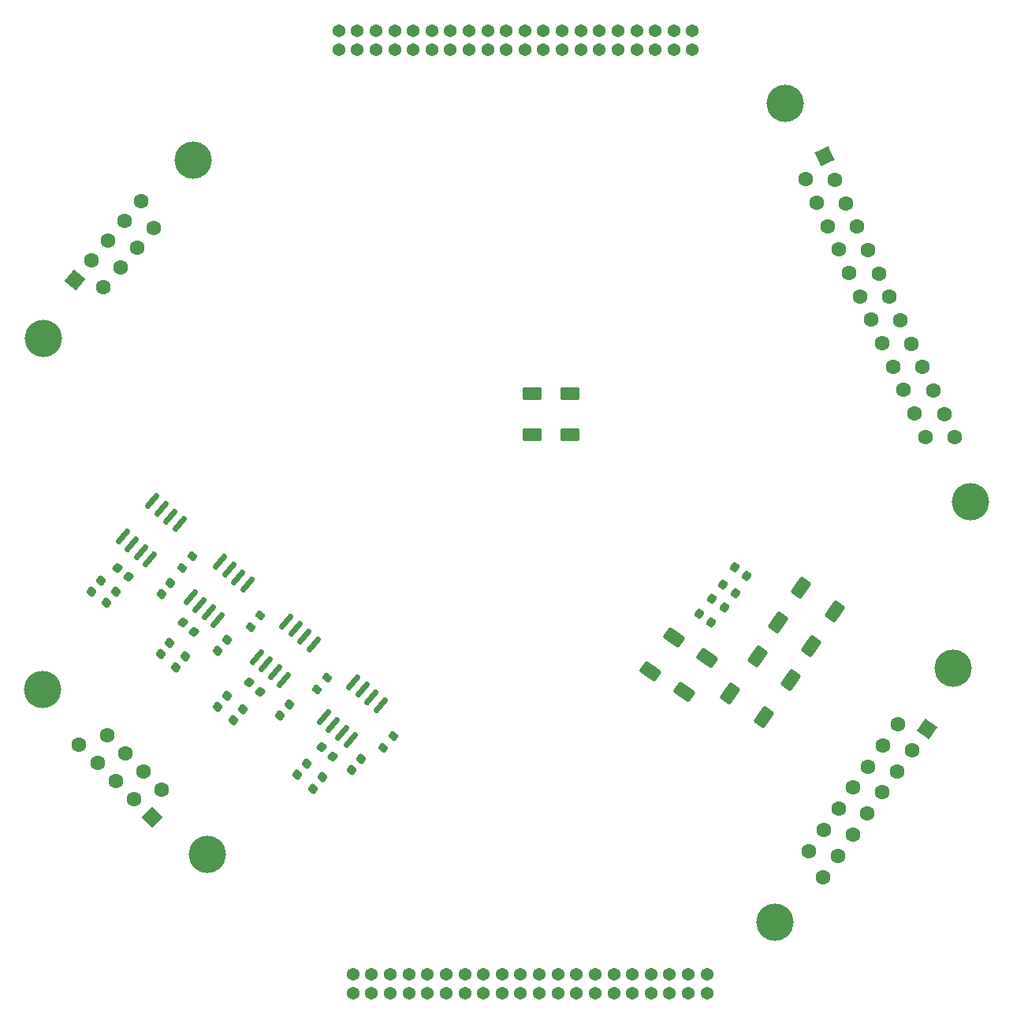
<source format=gbr>
%TF.GenerationSoftware,KiCad,Pcbnew,7.0.7*%
%TF.CreationDate,2024-03-26T09:21:43-07:00*%
%TF.ProjectId,Connector-board,436f6e6e-6563-4746-9f72-2d626f617264,rev?*%
%TF.SameCoordinates,Original*%
%TF.FileFunction,Soldermask,Top*%
%TF.FilePolarity,Negative*%
%FSLAX46Y46*%
G04 Gerber Fmt 4.6, Leading zero omitted, Abs format (unit mm)*
G04 Created by KiCad (PCBNEW 7.0.7) date 2024-03-26 09:21:43*
%MOMM*%
%LPD*%
G01*
G04 APERTURE LIST*
G04 Aperture macros list*
%AMRoundRect*
0 Rectangle with rounded corners*
0 $1 Rounding radius*
0 $2 $3 $4 $5 $6 $7 $8 $9 X,Y pos of 4 corners*
0 Add a 4 corners polygon primitive as box body*
4,1,4,$2,$3,$4,$5,$6,$7,$8,$9,$2,$3,0*
0 Add four circle primitives for the rounded corners*
1,1,$1+$1,$2,$3*
1,1,$1+$1,$4,$5*
1,1,$1+$1,$6,$7*
1,1,$1+$1,$8,$9*
0 Add four rect primitives between the rounded corners*
20,1,$1+$1,$2,$3,$4,$5,0*
20,1,$1+$1,$4,$5,$6,$7,0*
20,1,$1+$1,$6,$7,$8,$9,0*
20,1,$1+$1,$8,$9,$2,$3,0*%
%AMRotRect*
0 Rectangle, with rotation*
0 The origin of the aperture is its center*
0 $1 length*
0 $2 width*
0 $3 Rotation angle, in degrees counterclockwise*
0 Add horizontal line*
21,1,$1,$2,0,0,$3*%
G04 Aperture macros list end*
%ADD10C,4.000000*%
%ADD11RotRect,1.600000X1.600000X115.000000*%
%ADD12C,1.600000*%
%ADD13RoundRect,0.225000X-0.046884X0.333057X-0.336138X-0.011663X0.046884X-0.333057X0.336138X0.011663X0*%
%ADD14RoundRect,0.225000X0.333057X0.046884X-0.011663X0.336138X-0.333057X-0.046884X0.011663X-0.336138X0*%
%ADD15RoundRect,0.150000X-0.415393X-0.728405X0.645206X0.535569X0.415393X0.728405X-0.645206X-0.535569X0*%
%ADD16RoundRect,0.250000X-0.827480X-0.397212X-0.090243X-0.913431X0.827480X0.397212X0.090243X0.913431X0*%
%ADD17RoundRect,0.250000X-0.397212X0.827480X-0.913431X0.090243X0.397212X-0.827480X0.913431X-0.090243X0*%
%ADD18RoundRect,0.200000X-0.082105X0.329975X-0.339220X0.023558X0.082105X-0.329975X0.339220X-0.023558X0*%
%ADD19RoundRect,0.218750X0.326168X0.084438X-0.032211X0.335378X-0.326168X-0.084438X0.032211X-0.335378X0*%
%ADD20RoundRect,0.225000X0.046884X-0.333057X0.336138X0.011663X-0.046884X0.333057X-0.336138X-0.011663X0*%
%ADD21RoundRect,0.250000X-0.800000X0.450000X-0.800000X-0.450000X0.800000X-0.450000X0.800000X0.450000X0*%
%ADD22RoundRect,0.218750X-0.326168X-0.084438X0.032211X-0.335378X0.326168X0.084438X-0.032211X0.335378X0*%
%ADD23C,1.371600*%
%ADD24RotRect,1.600000X1.600000X315.000000*%
%ADD25RotRect,1.600000X1.600000X55.000000*%
%ADD26RotRect,1.600000X1.600000X230.000000*%
G04 APERTURE END LIST*
D10*
%TO.C,PT_DSUB1*%
X222383093Y-106381776D03*
X202477772Y-63694679D03*
D11*
X206693474Y-69375274D03*
D12*
X207864127Y-71885747D03*
X209034779Y-74396219D03*
X210205432Y-76906692D03*
X211376084Y-79417164D03*
X212546737Y-81927637D03*
X213717390Y-84438109D03*
X214888042Y-86948582D03*
X216058695Y-89459055D03*
X217229347Y-91969527D03*
X218400000Y-94480000D03*
X219570652Y-96990472D03*
X220741305Y-99500945D03*
X204704886Y-71830746D03*
X205875539Y-74341219D03*
X207046191Y-76851691D03*
X208216844Y-79362164D03*
X209387497Y-81872636D03*
X210558149Y-84383109D03*
X211728802Y-86893582D03*
X212899454Y-89404054D03*
X214070107Y-91914527D03*
X215240759Y-94424999D03*
X216411412Y-96935472D03*
X217582065Y-99445944D03*
%TD*%
D13*
%TO.C,C10*%
X142526520Y-121268994D03*
X141530200Y-122456362D03*
%TD*%
D14*
%TO.C,C9*%
X139028312Y-120389665D03*
X137840944Y-119393345D03*
%TD*%
D15*
%TO.C,U4*%
X138649786Y-116671450D03*
X139622662Y-117487790D03*
X140595539Y-118304130D03*
X141568415Y-119120470D03*
X144750214Y-115328550D03*
X143777338Y-114512210D03*
X142804461Y-113695870D03*
X141831585Y-112879530D03*
%TD*%
D16*
%TO.C,D4*%
X199497866Y-123038132D03*
X203102134Y-125561868D03*
%TD*%
D13*
%TO.C,C4*%
X156916508Y-134061740D03*
X155920188Y-135249108D03*
%TD*%
D17*
%TO.C,D6*%
X190561868Y-120997866D03*
X188038132Y-124602134D03*
%TD*%
D13*
%TO.C,C8*%
X149218355Y-128155443D03*
X148222035Y-129342811D03*
%TD*%
D18*
%TO.C,R3*%
X160421798Y-131533369D03*
X159361198Y-132797343D03*
%TD*%
D16*
%TO.C,D1*%
X204218023Y-115663447D03*
X207822291Y-118187183D03*
%TD*%
D17*
%TO.C,D3*%
X194161868Y-123197866D03*
X191638132Y-126802134D03*
%TD*%
D19*
%TO.C,C1*%
X198345082Y-114351691D03*
X197054918Y-113448309D03*
%TD*%
D18*
%TO.C,R6*%
X146121802Y-118633371D03*
X145061202Y-119897345D03*
%TD*%
D20*
%TO.C,FB4*%
X128001840Y-116093684D03*
X128998160Y-114906316D03*
%TD*%
D21*
%TO.C,D8*%
X175353813Y-94800000D03*
X175353813Y-99200000D03*
%TD*%
D13*
%TO.C,C6*%
X136498160Y-115106316D03*
X135501840Y-116293684D03*
%TD*%
D15*
%TO.C,U1*%
X152949786Y-129571450D03*
X153922662Y-130387790D03*
X154895539Y-131204130D03*
X155868415Y-132020470D03*
X159050214Y-128228550D03*
X158077338Y-127412210D03*
X157104461Y-126595870D03*
X156131585Y-125779530D03*
%TD*%
D19*
%TO.C,C2*%
X194545082Y-119351691D03*
X193254918Y-118448309D03*
%TD*%
D20*
%TO.C,FB3*%
X129601840Y-117293684D03*
X130598160Y-116106316D03*
%TD*%
%TO.C,FB6*%
X141551390Y-128427443D03*
X142547710Y-127240075D03*
%TD*%
D22*
%TO.C,R1*%
X195854918Y-115348309D03*
X197145082Y-116251691D03*
%TD*%
D18*
%TO.C,R5*%
X153274803Y-125325878D03*
X152214203Y-126589852D03*
%TD*%
D14*
%TO.C,C5*%
X131993684Y-114498160D03*
X130806316Y-113501840D03*
%TD*%
D16*
%TO.C,D2*%
X201718848Y-119406985D03*
X205323116Y-121930721D03*
%TD*%
D20*
%TO.C,FB1*%
X151816950Y-137201337D03*
X152813270Y-136013969D03*
%TD*%
%TO.C,FB5*%
X143263660Y-129864203D03*
X144259980Y-128676835D03*
%TD*%
D16*
%TO.C,D5*%
X196597866Y-127038132D03*
X200202134Y-129561868D03*
%TD*%
D15*
%TO.C,U2*%
X131349786Y-110171450D03*
X132322662Y-110987790D03*
X133295539Y-111804130D03*
X134268415Y-112620470D03*
X137450214Y-108828550D03*
X136477338Y-108012210D03*
X135504461Y-107195870D03*
X134531585Y-106379530D03*
%TD*%
%TO.C,U3*%
X145749786Y-123071450D03*
X146722662Y-123887790D03*
X147695539Y-124704130D03*
X148668415Y-125520470D03*
X151850214Y-121728550D03*
X150877338Y-120912210D03*
X149904461Y-120095870D03*
X148931585Y-119279530D03*
%TD*%
D14*
%TO.C,C7*%
X146128328Y-126789663D03*
X144940960Y-125793343D03*
%TD*%
D23*
%TO.C,J1*%
X156086831Y-159170000D03*
X156086831Y-157170000D03*
X158086831Y-159170000D03*
X158086831Y-157170000D03*
X160086831Y-159170000D03*
X160086831Y-157170000D03*
X162086831Y-159170000D03*
X162086831Y-157170000D03*
X164086831Y-159170000D03*
X164086831Y-157170000D03*
X166086831Y-159170000D03*
X166086831Y-157170000D03*
X168086831Y-159170000D03*
X168086831Y-157170000D03*
X170086831Y-159170000D03*
X170086831Y-157170000D03*
X172086831Y-159170000D03*
X172086831Y-157170000D03*
X174086831Y-159170000D03*
X174086831Y-157170000D03*
X176086831Y-159170000D03*
X176086831Y-157170000D03*
X178086831Y-159170000D03*
X178086831Y-157170000D03*
X180086831Y-159170000D03*
X180086831Y-157170000D03*
X182086831Y-159170000D03*
X182086831Y-157170000D03*
X184086831Y-159170000D03*
X184086831Y-157170000D03*
X186086831Y-159170000D03*
X186086831Y-157170000D03*
X188086731Y-159170000D03*
X188086731Y-157170000D03*
X190086731Y-159170000D03*
X190086731Y-157170000D03*
X192086731Y-159170000D03*
X192086731Y-157170000D03*
X194086731Y-159170000D03*
X194086731Y-157170000D03*
X154550000Y-57900000D03*
X154550000Y-55900000D03*
X156550000Y-57900000D03*
X156550000Y-55900000D03*
X158550000Y-57900000D03*
X158550000Y-55900000D03*
X160550000Y-57900000D03*
X160550000Y-55900000D03*
X162549900Y-57900000D03*
X162549900Y-55900000D03*
X164549900Y-57900000D03*
X164549900Y-55900000D03*
X166549900Y-57900000D03*
X166549900Y-55900000D03*
X168549900Y-57900000D03*
X168549900Y-55900000D03*
X170549900Y-57900000D03*
X170549900Y-55900000D03*
X172549900Y-57900000D03*
X172549900Y-55900000D03*
X174549900Y-57900000D03*
X174549900Y-55900000D03*
X176549900Y-57900000D03*
X176549900Y-55900000D03*
X178549900Y-57900000D03*
X178549900Y-55900000D03*
X180549900Y-57900000D03*
X180549900Y-55900000D03*
X182549900Y-57900000D03*
X182549900Y-55900000D03*
X184549900Y-57900000D03*
X184549900Y-55900000D03*
X186549900Y-57900000D03*
X186549900Y-55900000D03*
X188549900Y-57900000D03*
X188549900Y-55900000D03*
X190549900Y-57900000D03*
X190549900Y-55900000D03*
X192549900Y-57900000D03*
X192549900Y-55900000D03*
%TD*%
D20*
%TO.C,FB2*%
X150098419Y-135693007D03*
X151094739Y-134505639D03*
%TD*%
%TO.C,FB8*%
X135414865Y-122736414D03*
X136411185Y-121549046D03*
%TD*%
D18*
%TO.C,R4*%
X138830300Y-112268013D03*
X137769700Y-113531987D03*
%TD*%
D14*
%TO.C,C3*%
X153922000Y-133787824D03*
X152734632Y-132791504D03*
%TD*%
D20*
%TO.C,FB7*%
X137075024Y-124195758D03*
X138071344Y-123008390D03*
%TD*%
D21*
%TO.C,D7*%
X179403815Y-94800003D03*
X179403815Y-99200003D03*
%TD*%
D22*
%TO.C,R2*%
X194654918Y-116848309D03*
X195945082Y-117751691D03*
%TD*%
D10*
%TO.C,4TC_DSUB1*%
X122764701Y-126571772D03*
X140442371Y-144249442D03*
D24*
X134516816Y-140332070D03*
D12*
X132558130Y-138373384D03*
X130599444Y-136414698D03*
X128640759Y-134456013D03*
X126682073Y-132497327D03*
X135545656Y-137344544D03*
X133586971Y-135385858D03*
X131628285Y-133427172D03*
X129669599Y-131468486D03*
%TD*%
D10*
%TO.C,GND_DSUB1*%
X201425933Y-151566082D03*
X220526028Y-124288319D03*
D25*
X217700000Y-130800000D03*
D12*
X216111193Y-133069051D03*
X214522387Y-135338102D03*
X212933580Y-137607153D03*
X211344773Y-139876205D03*
X209755966Y-142145256D03*
X208167160Y-144414307D03*
X206578353Y-146683358D03*
X214579205Y-130305569D03*
X212990398Y-132574620D03*
X211401591Y-134843671D03*
X209812785Y-137112722D03*
X208223978Y-139381773D03*
X206635171Y-141650824D03*
X205046364Y-143919875D03*
%TD*%
D10*
%TO.C,SOLENOIDS_DSUB1*%
X138924588Y-69728891D03*
X122854897Y-88880002D03*
D26*
X126240916Y-82635574D03*
D12*
X128021438Y-80513631D03*
X129801959Y-78391688D03*
X131582481Y-76269745D03*
X133363003Y-74147802D03*
X129306743Y-83400119D03*
X131087265Y-81278176D03*
X132867786Y-79156233D03*
X134648308Y-77034290D03*
%TD*%
M02*

</source>
